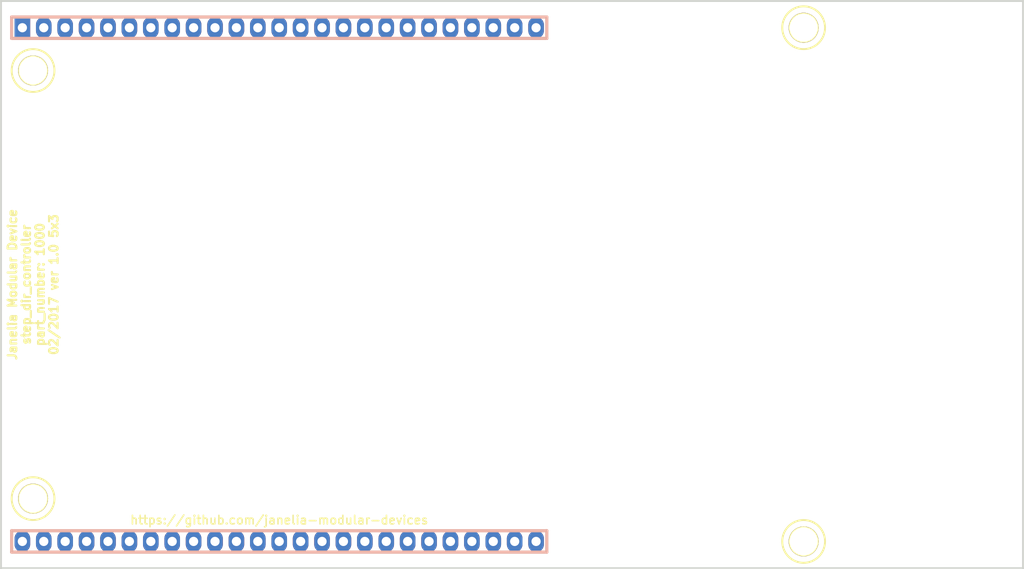
<source format=kicad_pcb>
(kicad_pcb (version 20170123) (host pcbnew no-vcs-found-0633d90~59~ubuntu16.04.1)

  (general
    (thickness 1.6)
    (drawings 6)
    (tracks 0)
    (zones 0)
    (modules 1)
    (nets 1)
  )

  (page A4)
  (title_block
    (title step_dir_controller_5x3)
    (rev 1.0)
  )

  (layers
    (0 F.Cu signal)
    (31 B.Cu signal)
    (32 B.Adhes user)
    (33 F.Adhes user)
    (34 B.Paste user)
    (35 F.Paste user)
    (36 B.SilkS user)
    (37 F.SilkS user)
    (38 B.Mask user)
    (39 F.Mask user)
    (40 Dwgs.User user hide)
    (41 Cmts.User user)
    (42 Eco1.User user)
    (43 Eco2.User user)
    (44 Edge.Cuts user)
    (45 Margin user)
    (46 B.CrtYd user)
    (47 F.CrtYd user)
    (48 B.Fab user)
    (49 F.Fab user hide)
  )

  (setup
    (last_trace_width 0.254)
    (trace_clearance 0.0254)
    (zone_clearance 0.2032)
    (zone_45_only no)
    (trace_min 0.254)
    (segment_width 0.2286)
    (edge_width 0.2286)
    (via_size 0.889)
    (via_drill 0.635)
    (via_min_size 0.889)
    (via_min_drill 0.508)
    (uvia_size 0.508)
    (uvia_drill 0.127)
    (uvias_allowed no)
    (uvia_min_size 0.508)
    (uvia_min_drill 0.127)
    (pcb_text_width 0.3)
    (pcb_text_size 1.5 1.5)
    (mod_edge_width 0.381)
    (mod_text_size 1 1)
    (mod_text_width 0.15)
    (pad_size 1.016 4.4958)
    (pad_drill 0)
    (pad_to_mask_clearance 0)
    (aux_axis_origin 0 0)
    (visible_elements FFFFF77F)
    (pcbplotparams
      (layerselection 0x000f0_ffffffff)
      (usegerberextensions true)
      (excludeedgelayer false)
      (linewidth 0.100000)
      (plotframeref false)
      (viasonmask false)
      (mode 1)
      (useauxorigin false)
      (hpglpennumber 1)
      (hpglpenspeed 20)
      (hpglpendiameter 15)
      (psnegative false)
      (psa4output false)
      (plotreference true)
      (plotvalue true)
      (plotinvisibletext false)
      (padsonsilk false)
      (subtractmaskfromsilk true)
      (outputformat 1)
      (mirror false)
      (drillshape 0)
      (scaleselection 1)
      (outputdirectory gerbers/))
  )

  (net 0 "")

  (net_class Default "This is the default net class."
    (clearance 0.0254)
    (trace_width 0.254)
    (via_dia 0.889)
    (via_drill 0.635)
    (uvia_dia 0.508)
    (uvia_drill 0.127)
    (diff_pair_gap 0.254)
    (diff_pair_width 0.254)
  )

  (net_class GND ""
    (clearance 0.1016)
    (trace_width 0.4064)
    (via_dia 0.889)
    (via_drill 0.635)
    (uvia_dia 0.508)
    (uvia_drill 0.127)
    (diff_pair_gap 0.254)
    (diff_pair_width 0.254)
  )

  (net_class LEDPOWER ""
    (clearance 0.254)
    (trace_width 0.6096)
    (via_dia 0.889)
    (via_drill 0.635)
    (uvia_dia 0.508)
    (uvia_drill 0.127)
    (diff_pair_gap 0.254)
    (diff_pair_width 0.254)
  )

  (net_class POWER ""
    (clearance 0.254)
    (trace_width 0.8128)
    (via_dia 0.889)
    (via_drill 0.635)
    (uvia_dia 0.508)
    (uvia_drill 0.127)
    (diff_pair_gap 0.254)
    (diff_pair_width 0.254)
  )

  (net_class SIGNAL ""
    (clearance 0.1016)
    (trace_width 0.4064)
    (via_dia 0.889)
    (via_drill 0.635)
    (uvia_dia 0.508)
    (uvia_drill 0.127)
    (diff_pair_gap 0.254)
    (diff_pair_width 0.254)
  )

  (net_class SUPERPOWER ""
    (clearance 0.254)
    (trace_width 1.2192)
    (via_dia 0.889)
    (via_drill 0.635)
    (uvia_dia 0.508)
    (uvia_drill 0.127)
    (diff_pair_gap 0.254)
    (diff_pair_width 0.254)
  )

  (module step_dir_controller_5x3:MODULAR_DEVICE_BASE_5X3_MALE (layer F.Cu) (tedit 59284569) (tstamp 589B7BA4)
    (at 91.44 105.41)
    (path /589B83C9)
    (fp_text reference MDB1 (at 0 0) (layer F.SilkS) hide
      (effects (font (size 1.016 1.016) (thickness 0.254)))
    )
    (fp_text value MODULAR_DEVICE_BASE_5x3_MALE (at 0 2.54) (layer F.SilkS) hide
      (effects (font (thickness 0.3048)))
    )
    (fp_circle (center 73.66 30.48) (end 76.2 30.48) (layer F.SilkS) (width 0.2286))
    (fp_circle (center 73.66 -30.48) (end 76.2 -30.48) (layer F.SilkS) (width 0.2286))
    (fp_circle (center -17.78 25.4) (end -15.24 25.4) (layer F.SilkS) (width 0.2286))
    (fp_circle (center -17.78 -25.4) (end -15.24 -25.4) (layer F.SilkS) (width 0.2286))
    (fp_line (start -20.32 -29.21) (end 43.18 -29.21) (layer B.SilkS) (width 0.381))
    (fp_line (start -20.32 -31.75) (end 43.18 -31.75) (layer B.SilkS) (width 0.381))
    (fp_line (start -20.32 31.75) (end 43.18 31.75) (layer B.SilkS) (width 0.381))
    (fp_line (start -20.32 29.21) (end 43.18 29.21) (layer B.SilkS) (width 0.381))
    (fp_line (start 99.695 -33.655) (end -21.59 -33.655) (layer F.Fab) (width 0.2286))
    (fp_line (start 99.695 33.655) (end 99.695 -33.655) (layer F.Fab) (width 0.2286))
    (fp_line (start -21.59 33.655) (end 99.695 33.655) (layer F.Fab) (width 0.2286))
    (fp_line (start -21.59 -33.655) (end -21.59 33.655) (layer F.Fab) (width 0.2286))
    (fp_line (start 43.18 -29.21) (end 43.18 -31.75) (layer B.SilkS) (width 0.381))
    (fp_line (start -20.32 -31.75) (end -20.32 -29.21) (layer B.SilkS) (width 0.381))
    (fp_line (start 43.18 31.75) (end 43.18 29.21) (layer B.SilkS) (width 0.381))
    (fp_line (start -20.32 29.21) (end -20.32 31.75) (layer B.SilkS) (width 0.381))
    (pad 46 thru_hole oval (at 41.91 -30.48) (size 1.8542 2.54) (drill 1.0922) (layers *.Cu *.Mask))
    (pad 45 thru_hole oval (at 39.37 -30.48) (size 1.8542 2.54) (drill 1.0922) (layers *.Cu *.Mask))
    (pad 30 thru_hole oval (at 36.83 -30.48) (size 1.8542 2.54) (drill 1.0922) (layers *.Cu *.Mask))
    (pad 29 thru_hole oval (at 34.29 -30.48) (size 1.8542 2.54) (drill 1.0922) (layers *.Cu *.Mask))
    (pad 44 thru_hole oval (at 31.75 -30.48) (size 1.8542 2.54) (drill 1.0922) (layers *.Cu *.Mask))
    (pad 43 thru_hole oval (at 29.21 -30.48) (size 1.8542 2.54) (drill 1.0922) (layers *.Cu *.Mask))
    (pad 47 thru_hole oval (at 26.67 -30.48) (size 1.8542 2.54) (drill 1.0922) (layers *.Cu *.Mask))
    (pad 48 thru_hole oval (at 24.13 -30.48) (size 1.8542 2.54) (drill 1.0922) (layers *.Cu *.Mask))
    (pad 49 thru_hole oval (at 21.59 -30.48) (size 1.8542 2.54) (drill 1.0922) (layers *.Cu *.Mask))
    (pad 33 thru_hole oval (at 41.91 30.48) (size 1.8542 2.54) (drill 1.0922) (layers *.Cu *.Mask))
    (pad 34 thru_hole oval (at 39.37 30.48) (size 1.8542 2.54) (drill 1.0922) (layers *.Cu *.Mask))
    (pad 35 thru_hole oval (at 36.83 30.48) (size 1.8542 2.54) (drill 1.0922) (layers *.Cu *.Mask))
    (pad 36 thru_hole oval (at 34.29 30.48) (size 1.8542 2.54) (drill 1.0922) (layers *.Cu *.Mask))
    (pad 37 thru_hole oval (at 31.75 30.48) (size 1.8542 2.54) (drill 1.0922) (layers *.Cu *.Mask))
    (pad 38 thru_hole oval (at 29.21 30.48) (size 1.8542 2.54) (drill 1.0922) (layers *.Cu *.Mask))
    (pad 51 thru_hole oval (at 26.67 30.48) (size 1.8542 2.54) (drill 1.0922) (layers *.Cu *.Mask))
    (pad DAC0 thru_hole oval (at 24.13 30.48) (size 1.8542 2.54) (drill 1.0922) (layers *.Cu *.Mask))
    (pad DAC1 thru_hole oval (at 21.59 30.48) (size 1.8542 2.54) (drill 1.0922) (layers *.Cu *.Mask))
    (pad "" thru_hole circle (at 73.66 -30.48) (size 3.556 3.556) (drill 3.302) (layers *.Cu *.Mask F.SilkS))
    (pad "" thru_hole circle (at 73.66 30.48) (size 3.556 3.556) (drill 3.302) (layers *.Cu *.Mask F.SilkS))
    (pad "" thru_hole circle (at -17.78 25.4) (size 3.556 3.556) (drill 3.302) (layers *.Cu *.Mask F.SilkS))
    (pad "" thru_hole circle (at -17.78 -25.4) (size 3.556 3.556) (drill 3.302) (layers *.Cu *.Mask F.SilkS))
    (pad AREF thru_hole oval (at -19.05 30.48) (size 1.8542 2.54) (drill 1.0922) (layers *.Cu *.Mask))
    (pad VEE thru_hole oval (at -16.51 30.48) (size 1.8542 2.54) (drill 1.0922) (layers *.Cu *.Mask))
    (pad AGND thru_hole oval (at -13.97 30.48) (size 1.8542 2.54) (drill 1.0922) (layers *.Cu *.Mask))
    (pad 3V3 thru_hole oval (at -11.43 30.48) (size 1.8542 2.54) (drill 1.0922) (layers *.Cu *.Mask))
    (pad 23 thru_hole oval (at -8.89 30.48) (size 1.8542 2.54) (drill 1.0922) (layers *.Cu *.Mask))
    (pad 22 thru_hole oval (at -6.35 30.48) (size 1.8542 2.54) (drill 1.0922) (layers *.Cu *.Mask))
    (pad 21 thru_hole oval (at -3.81 30.48) (size 1.8542 2.54) (drill 1.0922) (layers *.Cu *.Mask))
    (pad 20 thru_hole oval (at -1.27 30.48) (size 1.8542 2.54) (drill 1.0922) (layers *.Cu *.Mask))
    (pad 19 thru_hole oval (at 1.27 30.48) (size 1.8542 2.54) (drill 1.0922) (layers *.Cu *.Mask))
    (pad 18 thru_hole oval (at 3.81 30.48) (size 1.8542 2.54) (drill 1.0922) (layers *.Cu *.Mask))
    (pad 17 thru_hole oval (at 6.35 30.48) (size 1.8542 2.54) (drill 1.0922) (layers *.Cu *.Mask))
    (pad 16 thru_hole oval (at 8.89 30.48) (size 1.8542 2.54) (drill 1.0922) (layers *.Cu *.Mask))
    (pad 15 thru_hole oval (at 11.43 30.48) (size 1.8542 2.54) (drill 1.0922) (layers *.Cu *.Mask))
    (pad 14 thru_hole oval (at 13.97 30.48) (size 1.8542 2.54) (drill 1.0922) (layers *.Cu *.Mask))
    (pad 13 thru_hole oval (at 16.51 30.48) (size 1.8542 2.54) (drill 1.0922) (layers *.Cu *.Mask))
    (pad 53 thru_hole oval (at 19.05 30.48) (size 1.8542 2.54) (drill 1.0922) (layers *.Cu *.Mask))
    (pad 50 thru_hole oval (at 19.05 -30.48) (size 1.8542 2.54) (drill 1.0922) (layers *.Cu *.Mask))
    (pad 12 thru_hole oval (at 16.51 -30.48) (size 1.8542 2.54) (drill 1.0922) (layers *.Cu *.Mask))
    (pad 11 thru_hole oval (at 13.97 -30.48) (size 1.8542 2.54) (drill 1.0922) (layers *.Cu *.Mask))
    (pad 42 thru_hole oval (at 11.43 -30.48) (size 1.8542 2.54) (drill 1.0922) (layers *.Cu *.Mask))
    (pad 41 thru_hole oval (at 8.89 -30.48) (size 1.8542 2.54) (drill 1.0922) (layers *.Cu *.Mask))
    (pad 40 thru_hole oval (at 6.35 -30.48) (size 1.8542 2.54) (drill 1.0922) (layers *.Cu *.Mask))
    (pad 52 thru_hole oval (at 3.81 -30.48) (size 1.8542 2.54) (drill 1.0922) (layers *.Cu *.Mask))
    (pad 6 thru_hole oval (at 1.27 -30.48) (size 1.8542 2.54) (drill 1.0922) (layers *.Cu *.Mask))
    (pad 5 thru_hole oval (at -1.27 -30.48) (size 1.8542 2.54) (drill 1.0922) (layers *.Cu *.Mask))
    (pad 54 thru_hole oval (at -3.81 -30.48) (size 1.8542 2.54) (drill 1.0922) (layers *.Cu *.Mask))
    (pad 55 thru_hole oval (at -6.35 -30.48) (size 1.8542 2.54) (drill 1.0922) (layers *.Cu *.Mask))
    (pad 2 thru_hole oval (at -8.89 -30.48) (size 1.8542 2.54) (drill 1.0922) (layers *.Cu *.Mask))
    (pad A11 thru_hole oval (at -11.43 -30.48) (size 1.8542 2.54) (drill 1.0922) (layers *.Cu *.Mask))
    (pad VDD thru_hole rect (at -19.05 -30.48) (size 1.8542 2.54) (drill 1.0922) (layers *.Cu *.Mask))
    (pad A10 thru_hole oval (at -13.97 -30.48) (size 1.8542 2.54) (drill 1.0922) (layers *.Cu *.Mask))
    (pad GND thru_hole oval (at -16.51 -30.48) (size 1.8542 2.54) (drill 1.0922) (layers *.Cu *.Mask))
  )

  (gr_line (start 191.135 71.755) (end 69.85 71.755) (angle 90) (layer Edge.Cuts) (width 0.2286))
  (gr_line (start 191.135 139.065) (end 191.135 71.755) (angle 90) (layer Edge.Cuts) (width 0.2286))
  (gr_line (start 69.85 139.065) (end 191.135 139.065) (angle 90) (layer Edge.Cuts) (width 0.2286))
  (gr_line (start 69.85 71.755) (end 69.85 139.065) (angle 90) (layer Edge.Cuts) (width 0.2286))
  (gr_text https://github.com/janelia-modular-devices (at 102.87 133.35) (layer F.SilkS)
    (effects (font (size 1.016 1.016) (thickness 0.1905)))
  )
  (gr_text "Janelia Modular Device\nstep_dir_controller\npart_number: 1000\n02/2017 ver 1.0 5x3" (at 73.66 105.41 90) (layer F.SilkS)
    (effects (font (size 1.016 1.016) (thickness 0.254)))
  )

)

</source>
